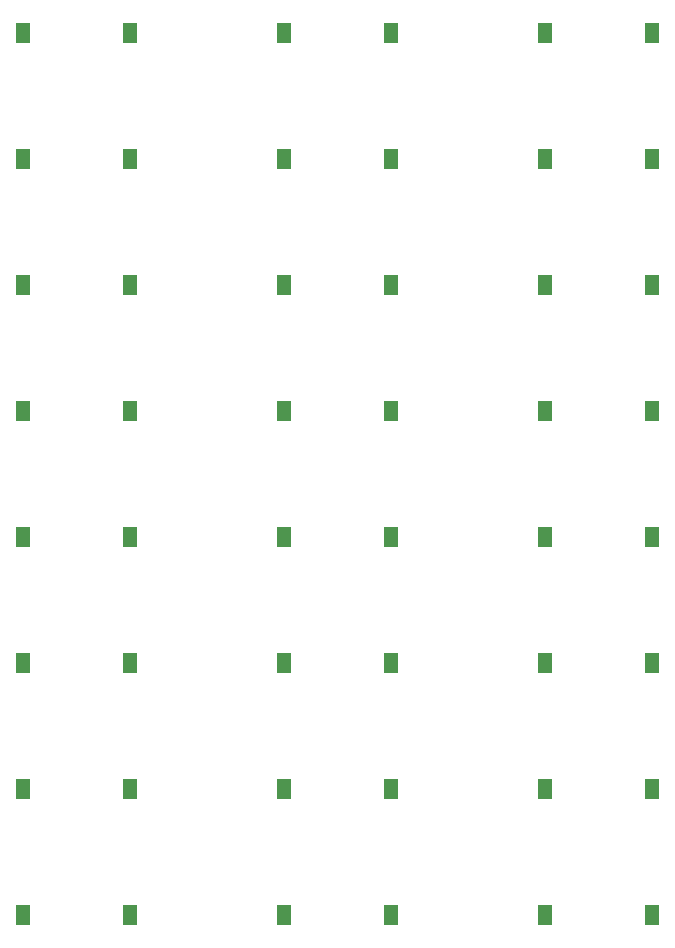
<source format=gbr>
G04 #@! TF.FileFunction,Paste,Bot*
%FSLAX46Y46*%
G04 Gerber Fmt 4.6, Leading zero omitted, Abs format (unit mm)*
G04 Created by KiCad (PCBNEW 4.0.5+dfsg1-4) date Sun Jun 17 20:11:44 2018*
%MOMM*%
%LPD*%
G01*
G04 APERTURE LIST*
%ADD10C,0.100000*%
%ADD11R,1.250000X1.800000*%
G04 APERTURE END LIST*
D10*
D11*
X184991000Y-127127000D03*
X193991000Y-127127000D03*
X184991000Y-137795000D03*
X193991000Y-137795000D03*
X184991000Y-116459000D03*
X193991000Y-116459000D03*
X184991000Y-105791000D03*
X193991000Y-105791000D03*
X184991000Y-63119000D03*
X193991000Y-63119000D03*
X184991000Y-73787000D03*
X193991000Y-73787000D03*
X184991000Y-95123000D03*
X193991000Y-95123000D03*
X184991000Y-84455000D03*
X193991000Y-84455000D03*
X162893000Y-137795000D03*
X171893000Y-137795000D03*
X162893000Y-127127000D03*
X171893000Y-127127000D03*
X162893000Y-105791000D03*
X171893000Y-105791000D03*
X162893000Y-95123000D03*
X171893000Y-95123000D03*
X162893000Y-63119000D03*
X171893000Y-63119000D03*
X162893000Y-84455000D03*
X171893000Y-84455000D03*
X162893000Y-73787000D03*
X171893000Y-73787000D03*
X162893000Y-116459000D03*
X171893000Y-116459000D03*
X140795000Y-84455000D03*
X149795000Y-84455000D03*
X140795000Y-95123000D03*
X149795000Y-95123000D03*
X140795000Y-63119000D03*
X149795000Y-63119000D03*
X140795000Y-73787000D03*
X149795000Y-73787000D03*
X140795000Y-105791000D03*
X149795000Y-105791000D03*
X140795000Y-116459000D03*
X149795000Y-116459000D03*
X140795000Y-127127000D03*
X149795000Y-127127000D03*
X140795000Y-137795000D03*
X149795000Y-137795000D03*
M02*

</source>
